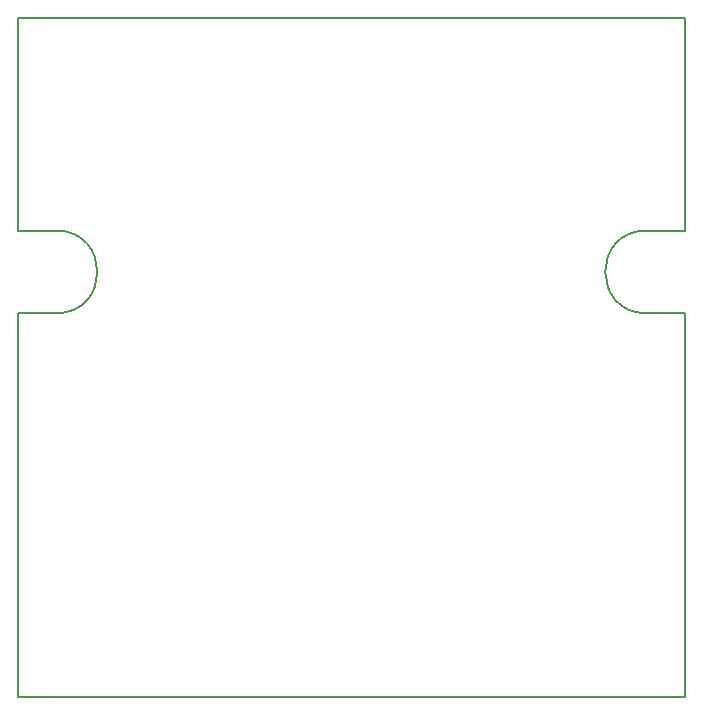
<source format=gm1>
G04 #@! TF.GenerationSoftware,KiCad,Pcbnew,5.1.10*
G04 #@! TF.CreationDate,2021-09-27T13:14:11+02:00*
G04 #@! TF.ProjectId,KXKM_ESP32_battery_management_board,4b584b4d-5f45-4535-9033-325f62617474,3.0*
G04 #@! TF.SameCoordinates,PX623a7c0PY839b680*
G04 #@! TF.FileFunction,Profile,NP*
%FSLAX46Y46*%
G04 Gerber Fmt 4.6, Leading zero omitted, Abs format (unit mm)*
G04 Created by KiCad (PCBNEW 5.1.10) date 2021-09-27 13:14:11*
%MOMM*%
%LPD*%
G01*
G04 APERTURE LIST*
G04 #@! TA.AperFunction,Profile*
%ADD10C,0.150000*%
G04 #@! TD*
G04 APERTURE END LIST*
D10*
X56500000Y32500000D02*
X53250000Y32500000D01*
X3250000Y39500000D02*
G75*
G02*
X3250000Y32500000I0J-3500000D01*
G01*
X0Y32500000D02*
X3250000Y32500000D01*
X53250000Y39500000D02*
G75*
G03*
X53250000Y32500000I0J-3500000D01*
G01*
X3250000Y39500000D02*
X0Y39500000D01*
X0Y39500000D02*
X0Y57500000D01*
X0Y0D02*
X0Y32500000D01*
X56500000Y0D02*
X0Y0D01*
X56500000Y32500000D02*
X56500000Y0D01*
X56500000Y39500000D02*
X53250000Y39500000D01*
X56500000Y57500000D02*
X56500000Y39500000D01*
X0Y57500000D02*
X56500000Y57500000D01*
M02*

</source>
